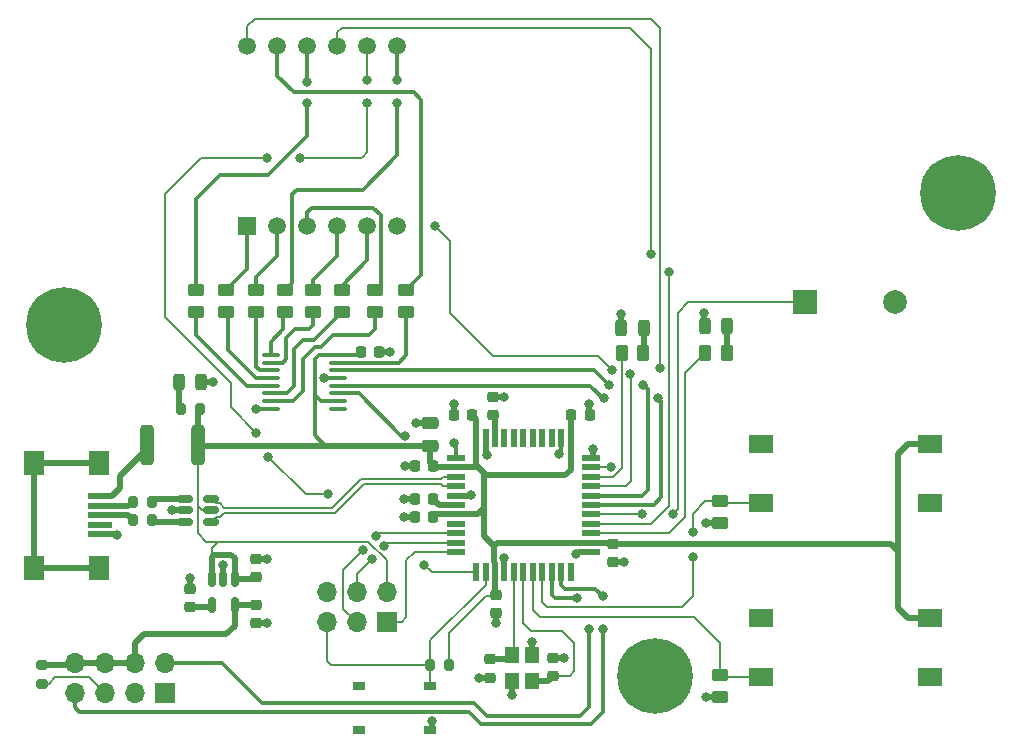
<source format=gbr>
%TF.GenerationSoftware,KiCad,Pcbnew,7.0.1*%
%TF.CreationDate,2023-04-15T14:04:07-06:00*%
%TF.ProjectId,Phase_B_ATMEGA_v3,50686173-655f-4425-9f41-544d4547415f,rev?*%
%TF.SameCoordinates,Original*%
%TF.FileFunction,Copper,L1,Top*%
%TF.FilePolarity,Positive*%
%FSLAX46Y46*%
G04 Gerber Fmt 4.6, Leading zero omitted, Abs format (unit mm)*
G04 Created by KiCad (PCBNEW 7.0.1) date 2023-04-15 14:04:07*
%MOMM*%
%LPD*%
G01*
G04 APERTURE LIST*
G04 Aperture macros list*
%AMRoundRect*
0 Rectangle with rounded corners*
0 $1 Rounding radius*
0 $2 $3 $4 $5 $6 $7 $8 $9 X,Y pos of 4 corners*
0 Add a 4 corners polygon primitive as box body*
4,1,4,$2,$3,$4,$5,$6,$7,$8,$9,$2,$3,0*
0 Add four circle primitives for the rounded corners*
1,1,$1+$1,$2,$3*
1,1,$1+$1,$4,$5*
1,1,$1+$1,$6,$7*
1,1,$1+$1,$8,$9*
0 Add four rect primitives between the rounded corners*
20,1,$1+$1,$2,$3,$4,$5,0*
20,1,$1+$1,$4,$5,$6,$7,0*
20,1,$1+$1,$6,$7,$8,$9,0*
20,1,$1+$1,$8,$9,$2,$3,0*%
G04 Aperture macros list end*
%TA.AperFunction,ComponentPad*%
%ADD10C,6.400000*%
%TD*%
%TA.AperFunction,SMDPad,CuDef*%
%ADD11RoundRect,0.225000X-0.250000X0.225000X-0.250000X-0.225000X0.250000X-0.225000X0.250000X0.225000X0*%
%TD*%
%TA.AperFunction,SMDPad,CuDef*%
%ADD12RoundRect,0.225000X0.250000X-0.225000X0.250000X0.225000X-0.250000X0.225000X-0.250000X-0.225000X0*%
%TD*%
%TA.AperFunction,SMDPad,CuDef*%
%ADD13R,1.200000X1.400000*%
%TD*%
%TA.AperFunction,ComponentPad*%
%ADD14R,1.700000X1.700000*%
%TD*%
%TA.AperFunction,ComponentPad*%
%ADD15O,1.700000X1.700000*%
%TD*%
%TA.AperFunction,SMDPad,CuDef*%
%ADD16RoundRect,0.225000X0.225000X0.250000X-0.225000X0.250000X-0.225000X-0.250000X0.225000X-0.250000X0*%
%TD*%
%TA.AperFunction,SMDPad,CuDef*%
%ADD17RoundRect,0.250000X0.450000X-0.262500X0.450000X0.262500X-0.450000X0.262500X-0.450000X-0.262500X0*%
%TD*%
%TA.AperFunction,SMDPad,CuDef*%
%ADD18RoundRect,0.200000X-0.275000X0.200000X-0.275000X-0.200000X0.275000X-0.200000X0.275000X0.200000X0*%
%TD*%
%TA.AperFunction,SMDPad,CuDef*%
%ADD19R,1.000000X0.700000*%
%TD*%
%TA.AperFunction,SMDPad,CuDef*%
%ADD20R,2.000000X0.500000*%
%TD*%
%TA.AperFunction,SMDPad,CuDef*%
%ADD21R,1.700000X2.000000*%
%TD*%
%TA.AperFunction,ComponentPad*%
%ADD22R,1.500000X1.500000*%
%TD*%
%TA.AperFunction,ComponentPad*%
%ADD23C,1.500000*%
%TD*%
%TA.AperFunction,SMDPad,CuDef*%
%ADD24RoundRect,0.200000X0.200000X0.275000X-0.200000X0.275000X-0.200000X-0.275000X0.200000X-0.275000X0*%
%TD*%
%TA.AperFunction,SMDPad,CuDef*%
%ADD25RoundRect,0.150000X-0.512500X-0.150000X0.512500X-0.150000X0.512500X0.150000X-0.512500X0.150000X0*%
%TD*%
%TA.AperFunction,ComponentPad*%
%ADD26R,2.000000X2.000000*%
%TD*%
%TA.AperFunction,ComponentPad*%
%ADD27C,2.000000*%
%TD*%
%TA.AperFunction,SMDPad,CuDef*%
%ADD28RoundRect,0.225000X-0.225000X-0.250000X0.225000X-0.250000X0.225000X0.250000X-0.225000X0.250000X0*%
%TD*%
%TA.AperFunction,SMDPad,CuDef*%
%ADD29RoundRect,0.243750X-0.243750X-0.456250X0.243750X-0.456250X0.243750X0.456250X-0.243750X0.456250X0*%
%TD*%
%TA.AperFunction,SMDPad,CuDef*%
%ADD30RoundRect,0.243750X0.243750X0.456250X-0.243750X0.456250X-0.243750X-0.456250X0.243750X-0.456250X0*%
%TD*%
%TA.AperFunction,SMDPad,CuDef*%
%ADD31R,1.500000X0.550000*%
%TD*%
%TA.AperFunction,SMDPad,CuDef*%
%ADD32R,0.550000X1.500000*%
%TD*%
%TA.AperFunction,SMDPad,CuDef*%
%ADD33RoundRect,0.200000X-0.200000X-0.275000X0.200000X-0.275000X0.200000X0.275000X-0.200000X0.275000X0*%
%TD*%
%TA.AperFunction,SMDPad,CuDef*%
%ADD34RoundRect,0.150000X-0.150000X0.512500X-0.150000X-0.512500X0.150000X-0.512500X0.150000X0.512500X0*%
%TD*%
%TA.AperFunction,SMDPad,CuDef*%
%ADD35RoundRect,0.100000X-0.637500X-0.100000X0.637500X-0.100000X0.637500X0.100000X-0.637500X0.100000X0*%
%TD*%
%TA.AperFunction,SMDPad,CuDef*%
%ADD36R,2.000000X1.500000*%
%TD*%
%TA.AperFunction,SMDPad,CuDef*%
%ADD37RoundRect,0.250000X-0.450000X0.262500X-0.450000X-0.262500X0.450000X-0.262500X0.450000X0.262500X0*%
%TD*%
%TA.AperFunction,SMDPad,CuDef*%
%ADD38RoundRect,0.250000X-0.312500X-1.450000X0.312500X-1.450000X0.312500X1.450000X-0.312500X1.450000X0*%
%TD*%
%TA.AperFunction,SMDPad,CuDef*%
%ADD39RoundRect,0.250000X-0.262500X-0.450000X0.262500X-0.450000X0.262500X0.450000X-0.262500X0.450000X0*%
%TD*%
%TA.AperFunction,SMDPad,CuDef*%
%ADD40RoundRect,0.250000X0.475000X-0.250000X0.475000X0.250000X-0.475000X0.250000X-0.475000X-0.250000X0*%
%TD*%
%TA.AperFunction,ViaPad*%
%ADD41C,0.800000*%
%TD*%
%TA.AperFunction,Conductor*%
%ADD42C,0.508000*%
%TD*%
%TA.AperFunction,Conductor*%
%ADD43C,0.304800*%
%TD*%
%TA.AperFunction,Conductor*%
%ADD44C,0.203200*%
%TD*%
%TA.AperFunction,Conductor*%
%ADD45C,0.200000*%
%TD*%
G04 APERTURE END LIST*
D10*
%TO.P,H3,1*%
%TO.N,N/C*%
X135890000Y-104394000D03*
%TD*%
%TO.P,H2,1*%
%TO.N,N/C*%
X161544000Y-63500000D03*
%TD*%
%TO.P,H1,1*%
%TO.N,N/C*%
X85852000Y-74676000D03*
%TD*%
D11*
%TO.P,C2,1*%
%TO.N,GND*%
X127254000Y-102857000D03*
%TO.P,C2,2*%
%TO.N,XTAL1*%
X127254000Y-104407000D03*
%TD*%
D12*
%TO.P,C12,1*%
%TO.N,/AREF*%
X122174000Y-82309000D03*
%TO.P,C12,2*%
%TO.N,GND*%
X122174000Y-80759000D03*
%TD*%
D13*
%TO.P,Y1,1,1*%
%TO.N,XTAL1*%
X125437000Y-104859000D03*
%TO.P,Y1,2,2*%
%TO.N,GND*%
X125437000Y-102659000D03*
%TO.P,Y1,3,3*%
%TO.N,XTAL2*%
X123737000Y-102659000D03*
%TO.P,Y1,4,4*%
%TO.N,GND*%
X123737000Y-104859000D03*
%TD*%
D14*
%TO.P,J1,1,MISO*%
%TO.N,MISO*%
X113142000Y-99842000D03*
D15*
%TO.P,J1,2,VCC*%
%TO.N,+5V*%
X113142000Y-97302000D03*
%TO.P,J1,3,SCK*%
%TO.N,SCK*%
X110602000Y-99842000D03*
%TO.P,J1,4,MOSI*%
%TO.N,MOSI*%
X110602000Y-97302000D03*
%TO.P,J1,5,~{RST}*%
%TO.N,RST*%
X108062000Y-99842000D03*
%TO.P,J1,6,GND*%
%TO.N,GND*%
X108062000Y-97302000D03*
%TD*%
D16*
%TO.P,C10,1*%
%TO.N,+5V*%
X117094000Y-90932000D03*
%TO.P,C10,2*%
%TO.N,GND*%
X115544000Y-90932000D03*
%TD*%
D17*
%TO.P,R8,1*%
%TO.N,d*%
X102108000Y-73556500D03*
%TO.P,R8,2*%
%TO.N,Net-(U1-d)*%
X102108000Y-71731500D03*
%TD*%
D18*
%TO.P,R17,1*%
%TO.N,+3.3V*%
X83947000Y-103442000D03*
%TO.P,R17,2*%
%TO.N,Net-(J3-Pin_5)*%
X83947000Y-105092000D03*
%TD*%
D19*
%TO.P,S3,1*%
%TO.N,GND*%
X116840000Y-108966000D03*
%TO.P,S3,2*%
%TO.N,N/C*%
X110840000Y-108966000D03*
%TO.P,S3,3*%
%TO.N,RST*%
X116840000Y-105266000D03*
%TO.P,S3,4*%
%TO.N,N/C*%
X110840000Y-105266000D03*
%TD*%
D16*
%TO.P,C6,1*%
%TO.N,+5V*%
X117107000Y-86614000D03*
%TO.P,C6,2*%
%TO.N,GND*%
X115557000Y-86614000D03*
%TD*%
D20*
%TO.P,J2,1,VBUS*%
%TO.N,Net-(J2-VBUS)*%
X88862000Y-89200000D03*
%TO.P,J2,2,D-*%
%TO.N,Net-(J2-D-)*%
X88862000Y-90000000D03*
%TO.P,J2,3,D+*%
%TO.N,Net-(J2-D+)*%
X88862000Y-90800000D03*
%TO.P,J2,4,ID*%
%TO.N,unconnected-(J2-ID-Pad4)*%
X88862000Y-91600000D03*
%TO.P,J2,5,GND*%
%TO.N,GND*%
X88862000Y-92400000D03*
D21*
%TO.P,J2,6,Shield*%
%TO.N,unconnected-(J2-Shield-Pad6)*%
X88762000Y-86350000D03*
X83312000Y-86350000D03*
X88762000Y-95250000D03*
X83312000Y-95250000D03*
%TD*%
D11*
%TO.P,C7,1*%
%TO.N,+5V*%
X122428000Y-97523000D03*
%TO.P,C7,2*%
%TO.N,GND*%
X122428000Y-99073000D03*
%TD*%
D22*
%TO.P,U1,1,e*%
%TO.N,Net-(U1-e)*%
X101346000Y-66294000D03*
D23*
%TO.P,U1,2,d*%
%TO.N,Net-(U1-d)*%
X103886000Y-66294000D03*
%TO.P,U1,3,DPX*%
%TO.N,Net-(U1-DPX)*%
X106426000Y-66294000D03*
%TO.P,U1,4,c*%
%TO.N,Net-(U1-c)*%
X108966000Y-66294000D03*
%TO.P,U1,5,g*%
%TO.N,Net-(U1-g)*%
X111506000Y-66294000D03*
%TO.P,U1,6,CA4*%
%TO.N,Dig4*%
X114046000Y-66294000D03*
%TO.P,U1,7,b*%
%TO.N,Net-(U1-b)*%
X114046000Y-51054000D03*
%TO.P,U1,8,CA3*%
%TO.N,Dig3*%
X111506000Y-51054000D03*
%TO.P,U1,9,CA2*%
%TO.N,Dig2*%
X108966000Y-51054000D03*
%TO.P,U1,10,f*%
%TO.N,Net-(U1-f)*%
X106426000Y-51054000D03*
%TO.P,U1,11,a*%
%TO.N,Net-(U1-a)*%
X103886000Y-51054000D03*
%TO.P,U1,12,CA1*%
%TO.N,Dig1*%
X101346000Y-51054000D03*
%TD*%
D24*
%TO.P,R13,1*%
%TO.N,+5V*%
X118427000Y-103505000D03*
%TO.P,R13,2*%
%TO.N,RST*%
X116777000Y-103505000D03*
%TD*%
D25*
%TO.P,U4,1,I/O1*%
%TO.N,USB_CONN_D-*%
X96028115Y-89421688D03*
%TO.P,U4,2,GND*%
%TO.N,GND*%
X96028115Y-90371688D03*
%TO.P,U4,3,I/O2*%
%TO.N,USB_CONN_D+*%
X96028115Y-91321688D03*
%TO.P,U4,4,I/O2*%
%TO.N,USB_D+*%
X98303115Y-91321688D03*
%TO.P,U4,5,VBUS*%
%TO.N,+5V*%
X98303115Y-90371688D03*
%TO.P,U4,6,I/O1*%
%TO.N,USB_D-*%
X98303115Y-89421688D03*
%TD*%
D12*
%TO.P,C15,1*%
%TO.N,Net-(U5-BP)*%
X96520000Y-98552000D03*
%TO.P,C15,2*%
%TO.N,GND*%
X96520000Y-97002000D03*
%TD*%
D17*
%TO.P,R7,1*%
%TO.N,c*%
X106934000Y-73556500D03*
%TO.P,R7,2*%
%TO.N,Net-(U1-c)*%
X106934000Y-71731500D03*
%TD*%
D26*
%TO.P,LS1,1,1*%
%TO.N,Buzzer*%
X148600000Y-72771000D03*
D27*
%TO.P,LS1,2,2*%
%TO.N,GND*%
X156200000Y-72771000D03*
%TD*%
D28*
%TO.P,C1,1*%
%TO.N,+5V*%
X110985000Y-76962000D03*
%TO.P,C1,2*%
%TO.N,GND*%
X112535000Y-76962000D03*
%TD*%
D17*
%TO.P,R6,1*%
%TO.N,b*%
X104521000Y-73556500D03*
%TO.P,R6,2*%
%TO.N,Net-(U1-b)*%
X104521000Y-71731500D03*
%TD*%
%TO.P,R9,1*%
%TO.N,e*%
X99568000Y-73556500D03*
%TO.P,R9,2*%
%TO.N,Net-(U1-e)*%
X99568000Y-71731500D03*
%TD*%
D29*
%TO.P,D1,1,K*%
%TO.N,GND*%
X133024000Y-74930000D03*
%TO.P,D1,2,A*%
%TO.N,Net-(D1-A)*%
X134899000Y-74930000D03*
%TD*%
D30*
%TO.P,D3,1,K*%
%TO.N,GND*%
X97457500Y-79502000D03*
%TO.P,D3,2,A*%
%TO.N,Net-(D3-A)*%
X95582500Y-79502000D03*
%TD*%
D31*
%TO.P,U3,1,PE6*%
%TO.N,SH_CP*%
X119014000Y-85916000D03*
%TO.P,U3,2,UVCC*%
%TO.N,+5V*%
X119014000Y-86716000D03*
%TO.P,U3,3,D-*%
%TO.N,USB_D-*%
X119014000Y-87516000D03*
%TO.P,U3,4,D+*%
%TO.N,USB_D+*%
X119014000Y-88316000D03*
%TO.P,U3,5,UGND*%
%TO.N,GND*%
X119014000Y-89116000D03*
%TO.P,U3,6,UCAP*%
%TO.N,/UCAP*%
X119014000Y-89916000D03*
%TO.P,U3,7,VBUS*%
%TO.N,+5V*%
X119014000Y-90716000D03*
%TO.P,U3,8,PB0*%
%TO.N,unconnected-(U3-PB0-Pad8)*%
X119014000Y-91516000D03*
%TO.P,U3,9,PB1*%
%TO.N,SCK*%
X119014000Y-92316000D03*
%TO.P,U3,10,PB2*%
%TO.N,MOSI*%
X119014000Y-93116000D03*
%TO.P,U3,11,PB3*%
%TO.N,MISO*%
X119014000Y-93916000D03*
D32*
%TO.P,U3,12,PB7*%
%TO.N,Dig3*%
X120714000Y-95616000D03*
%TO.P,U3,13,~{RESET}*%
%TO.N,RST*%
X121514000Y-95616000D03*
%TO.P,U3,14,VCC*%
%TO.N,+5V*%
X122314000Y-95616000D03*
%TO.P,U3,15,GND*%
%TO.N,GND*%
X123114000Y-95616000D03*
%TO.P,U3,16,XTAL2*%
%TO.N,XTAL2*%
X123914000Y-95616000D03*
%TO.P,U3,17,XTAL1*%
%TO.N,XTAL1*%
X124714000Y-95616000D03*
%TO.P,U3,18,PD0*%
%TO.N,Button_2*%
X125514000Y-95616000D03*
%TO.P,U3,19,PD1*%
%TO.N,Button_1*%
X126314000Y-95616000D03*
%TO.P,U3,20,PD2*%
%TO.N,TX*%
X127114000Y-95616000D03*
%TO.P,U3,21,PD3*%
%TO.N,RX*%
X127914000Y-95616000D03*
%TO.P,U3,22,PD5*%
%TO.N,unconnected-(U3-PD5-Pad22)*%
X128714000Y-95616000D03*
D31*
%TO.P,U3,23,GND*%
%TO.N,GND*%
X130414000Y-93916000D03*
%TO.P,U3,24,AVCC*%
%TO.N,+5V*%
X130414000Y-93116000D03*
%TO.P,U3,25,PD4*%
%TO.N,GREEN_LED*%
X130414000Y-92316000D03*
%TO.P,U3,26,PD6*%
%TO.N,Dig2*%
X130414000Y-91516000D03*
%TO.P,U3,27,PD7*%
%TO.N,Buzzer*%
X130414000Y-90716000D03*
%TO.P,U3,28,PB4*%
%TO.N,ST_CP*%
X130414000Y-89916000D03*
%TO.P,U3,29,PB5*%
%TO.N,DS*%
X130414000Y-89116000D03*
%TO.P,U3,30,PB6*%
%TO.N,Dig4*%
X130414000Y-88316000D03*
%TO.P,U3,31,PC6*%
%TO.N,RED_LED*%
X130414000Y-87516000D03*
%TO.P,U3,32,PC7*%
%TO.N,Dig1*%
X130414000Y-86716000D03*
%TO.P,U3,33,~{HWB}/PE2*%
%TO.N,GND*%
X130414000Y-85916000D03*
D32*
%TO.P,U3,34,VCC*%
%TO.N,+5V*%
X128714000Y-84216000D03*
%TO.P,U3,35,GND*%
%TO.N,GND*%
X127914000Y-84216000D03*
%TO.P,U3,36,PF7*%
%TO.N,unconnected-(U3-PF7-Pad36)*%
X127114000Y-84216000D03*
%TO.P,U3,37,PF6*%
%TO.N,unconnected-(U3-PF6-Pad37)*%
X126314000Y-84216000D03*
%TO.P,U3,38,PF5*%
%TO.N,unconnected-(U3-PF5-Pad38)*%
X125514000Y-84216000D03*
%TO.P,U3,39,PF4*%
%TO.N,unconnected-(U3-PF4-Pad39)*%
X124714000Y-84216000D03*
%TO.P,U3,40,PF1*%
%TO.N,unconnected-(U3-PF1-Pad40)*%
X123914000Y-84216000D03*
%TO.P,U3,41,PF0*%
%TO.N,unconnected-(U3-PF0-Pad41)*%
X123114000Y-84216000D03*
%TO.P,U3,42,AREF*%
%TO.N,/AREF*%
X122314000Y-84216000D03*
%TO.P,U3,43,GND*%
%TO.N,GND*%
X121514000Y-84216000D03*
%TO.P,U3,44,AVCC*%
%TO.N,+5V*%
X120714000Y-84216000D03*
%TD*%
D16*
%TO.P,C11,1*%
%TO.N,+5V*%
X120409000Y-82296000D03*
%TO.P,C11,2*%
%TO.N,GND*%
X118859000Y-82296000D03*
%TD*%
D33*
%TO.P,R15,1*%
%TO.N,Net-(J2-D-)*%
X91631911Y-89635905D03*
%TO.P,R15,2*%
%TO.N,USB_CONN_D-*%
X93281911Y-89635905D03*
%TD*%
D34*
%TO.P,U5,1,VIN*%
%TO.N,+5V*%
X100264000Y-96144500D03*
%TO.P,U5,2,GND*%
%TO.N,GND*%
X99314000Y-96144500D03*
%TO.P,U5,3,ON/~{OFF}*%
%TO.N,+5V*%
X98364000Y-96144500D03*
%TO.P,U5,4,BP*%
%TO.N,Net-(U5-BP)*%
X98364000Y-98419500D03*
%TO.P,U5,5,VOUT*%
%TO.N,+3.3V*%
X100264000Y-98419500D03*
%TD*%
D33*
%TO.P,R14,1*%
%TO.N,Net-(J2-D+)*%
X91631000Y-91186000D03*
%TO.P,R14,2*%
%TO.N,USB_CONN_D+*%
X93281000Y-91186000D03*
%TD*%
D11*
%TO.P,C5,1*%
%TO.N,+5V*%
X132321000Y-93218000D03*
%TO.P,C5,2*%
%TO.N,GND*%
X132321000Y-94768000D03*
%TD*%
%TO.P,C3,1*%
%TO.N,XTAL2*%
X121920000Y-102984000D03*
%TO.P,C3,2*%
%TO.N,GND*%
X121920000Y-104534000D03*
%TD*%
%TO.P,C14,1*%
%TO.N,+3.3V*%
X102108000Y-98399000D03*
%TO.P,C14,2*%
%TO.N,GND*%
X102108000Y-99949000D03*
%TD*%
D17*
%TO.P,R5,1*%
%TO.N,a*%
X114808000Y-73556500D03*
%TO.P,R5,2*%
%TO.N,Net-(U1-a)*%
X114808000Y-71731500D03*
%TD*%
D24*
%TO.P,R16,1*%
%TO.N,+5V*%
X97345000Y-81788000D03*
%TO.P,R16,2*%
%TO.N,Net-(D3-A)*%
X95695000Y-81788000D03*
%TD*%
D35*
%TO.P,U2,1,QB*%
%TO.N,b*%
X103309500Y-77227000D03*
%TO.P,U2,2,QC*%
%TO.N,c*%
X103309500Y-77877000D03*
%TO.P,U2,3,QD*%
%TO.N,d*%
X103309500Y-78527000D03*
%TO.P,U2,4,QE*%
%TO.N,e*%
X103309500Y-79177000D03*
%TO.P,U2,5,QF*%
%TO.N,f*%
X103309500Y-79827000D03*
%TO.P,U2,6,QG*%
%TO.N,g*%
X103309500Y-80477000D03*
%TO.P,U2,7,QH*%
%TO.N,dp*%
X103309500Y-81127000D03*
%TO.P,U2,8,GND*%
%TO.N,GND*%
X103309500Y-81777000D03*
%TO.P,U2,9,QH'*%
%TO.N,unconnected-(U2-QH'-Pad9)*%
X109034500Y-81777000D03*
%TO.P,U2,10,~{SRCLR}*%
%TO.N,+5V*%
X109034500Y-81127000D03*
%TO.P,U2,11,SRCLK*%
%TO.N,SH_CP*%
X109034500Y-80477000D03*
%TO.P,U2,12,RCLK*%
%TO.N,ST_CP*%
X109034500Y-79827000D03*
%TO.P,U2,13,~{OE}*%
%TO.N,GND*%
X109034500Y-79177000D03*
%TO.P,U2,14,SER*%
%TO.N,DS*%
X109034500Y-78527000D03*
%TO.P,U2,15,QA*%
%TO.N,a*%
X109034500Y-77877000D03*
%TO.P,U2,16,VCC*%
%TO.N,+5V*%
X109034500Y-77227000D03*
%TD*%
D36*
%TO.P,S1,A1,NO_1*%
%TO.N,unconnected-(S1-NO_1-PadA1)*%
X159169000Y-89749000D03*
%TO.P,S1,B1,NO_2*%
%TO.N,Button_1*%
X144869000Y-89749000D03*
%TO.P,S1,C1,COM_1*%
%TO.N,+5V*%
X159169000Y-84749000D03*
%TO.P,S1,D1,COM_2*%
%TO.N,unconnected-(S1-COM_2-PadD1)*%
X144869000Y-84749000D03*
%TD*%
D37*
%TO.P,R1,1*%
%TO.N,Button_1*%
X141351000Y-89615000D03*
%TO.P,R1,2*%
%TO.N,GND*%
X141351000Y-91440000D03*
%TD*%
D12*
%TO.P,C13,1*%
%TO.N,+5V*%
X102108000Y-96038000D03*
%TO.P,C13,2*%
%TO.N,GND*%
X102108000Y-94488000D03*
%TD*%
D17*
%TO.P,R12,1*%
%TO.N,dp*%
X112141000Y-73556500D03*
%TO.P,R12,2*%
%TO.N,Net-(U1-DPX)*%
X112141000Y-71731500D03*
%TD*%
D38*
%TO.P,F1,1*%
%TO.N,Net-(J2-VBUS)*%
X92858500Y-84836000D03*
%TO.P,F1,2*%
%TO.N,+5V*%
X97133500Y-84836000D03*
%TD*%
D28*
%TO.P,C4,1*%
%TO.N,+5V*%
X128778000Y-82296000D03*
%TO.P,C4,2*%
%TO.N,GND*%
X130328000Y-82296000D03*
%TD*%
D39*
%TO.P,R3,1*%
%TO.N,RED_LED*%
X133049000Y-77089000D03*
%TO.P,R3,2*%
%TO.N,Net-(D1-A)*%
X134874000Y-77089000D03*
%TD*%
D16*
%TO.P,C9,1*%
%TO.N,/UCAP*%
X117094000Y-89408000D03*
%TO.P,C9,2*%
%TO.N,GND*%
X115544000Y-89408000D03*
%TD*%
D14*
%TO.P,J3,1,Pin_1*%
%TO.N,GND*%
X94351000Y-105811000D03*
D15*
%TO.P,J3,2,Pin_2*%
%TO.N,TX*%
X94351000Y-103271000D03*
%TO.P,J3,3,Pin_3*%
%TO.N,unconnected-(J3-Pin_3-Pad3)*%
X91811000Y-105811000D03*
%TO.P,J3,4,Pin_4*%
%TO.N,+3.3V*%
X91811000Y-103271000D03*
%TO.P,J3,5,Pin_5*%
%TO.N,Net-(J3-Pin_5)*%
X89271000Y-105811000D03*
%TO.P,J3,6,Pin_6*%
%TO.N,+3.3V*%
X89271000Y-103271000D03*
%TO.P,J3,7,Pin_7*%
%TO.N,RX*%
X86731000Y-105811000D03*
%TO.P,J3,8,Pin_8*%
%TO.N,+3.3V*%
X86731000Y-103271000D03*
%TD*%
D17*
%TO.P,R10,1*%
%TO.N,f*%
X97028000Y-73556500D03*
%TO.P,R10,2*%
%TO.N,Net-(U1-f)*%
X97028000Y-71731500D03*
%TD*%
D37*
%TO.P,R2,1*%
%TO.N,Button_2*%
X141351000Y-104347000D03*
%TO.P,R2,2*%
%TO.N,GND*%
X141351000Y-106172000D03*
%TD*%
D40*
%TO.P,C8,1*%
%TO.N,+5V*%
X116840000Y-84897000D03*
%TO.P,C8,2*%
%TO.N,GND*%
X116840000Y-82997000D03*
%TD*%
D36*
%TO.P,S2,A1,NO_1*%
%TO.N,unconnected-(S2-NO_1-PadA1)*%
X159169000Y-104481000D03*
%TO.P,S2,B1,NO_2*%
%TO.N,Button_2*%
X144869000Y-104481000D03*
%TO.P,S2,C1,COM_1*%
%TO.N,+5V*%
X159169000Y-99481000D03*
%TO.P,S2,D1,COM_2*%
%TO.N,unconnected-(S2-COM_2-PadD1)*%
X144869000Y-99481000D03*
%TD*%
D39*
%TO.P,R4,1*%
%TO.N,GREEN_LED*%
X140106000Y-77089000D03*
%TO.P,R4,2*%
%TO.N,Net-(D2-A)*%
X141931000Y-77089000D03*
%TD*%
D17*
%TO.P,R11,1*%
%TO.N,g*%
X109368612Y-73559151D03*
%TO.P,R11,2*%
%TO.N,Net-(U1-g)*%
X109368612Y-71734151D03*
%TD*%
D29*
%TO.P,D2,1,K*%
%TO.N,GND*%
X140081000Y-74803000D03*
%TO.P,D2,2,A*%
%TO.N,Net-(D2-A)*%
X141956000Y-74803000D03*
%TD*%
D41*
%TO.N,GND*%
X94927568Y-90373676D03*
X132969000Y-73787000D03*
X122428000Y-99949000D03*
X99314000Y-94996000D03*
X121666000Y-85725000D03*
X127762000Y-85598000D03*
X140208000Y-106148500D03*
X98425000Y-79502000D03*
X133223000Y-94742000D03*
X115659806Y-82987896D03*
X120240310Y-89111157D03*
X107843284Y-79185837D03*
X121001928Y-104528392D03*
X123761691Y-106024351D03*
X96520000Y-96139000D03*
X102997000Y-99949000D03*
X114632608Y-90938694D03*
X128174878Y-102846028D03*
X90297000Y-92456000D03*
X102108000Y-81788000D03*
X140208000Y-91416500D03*
X125416240Y-101513888D03*
X130595586Y-85193476D03*
X129206701Y-94096659D03*
X114626396Y-89411820D03*
X102997000Y-94488000D03*
X118836998Y-81379074D03*
X116967000Y-108204000D03*
X140026000Y-73660000D03*
X113411000Y-76962000D03*
X130302000Y-81407000D03*
X123063000Y-80772000D03*
X114681000Y-86614000D03*
X123089352Y-94373580D03*
%TO.N,Buzzer*%
X137414000Y-90678000D03*
X134747000Y-90678000D03*
%TO.N,Button_1*%
X139065000Y-92202000D03*
X139065000Y-94361000D03*
%TO.N,Net-(U1-b)*%
X114046000Y-53975000D03*
X114046000Y-55880000D03*
%TO.N,Net-(U1-f)*%
X106426000Y-54102000D03*
X106426000Y-55880000D03*
%TO.N,Dig4*%
X132207000Y-78486000D03*
X133750100Y-78867000D03*
X117221000Y-66294000D03*
%TO.N,Dig3*%
X111506000Y-55880000D03*
X108204000Y-89027000D03*
X116332000Y-94996000D03*
X111506000Y-53975000D03*
X103124000Y-85852000D03*
X102108000Y-83820000D03*
X102997000Y-60579000D03*
X105791000Y-60579000D03*
%TO.N,Dig2*%
X137033000Y-70231000D03*
X135509000Y-68707000D03*
%TO.N,Dig1*%
X132155747Y-86689747D03*
X136271000Y-78359000D03*
%TO.N,SH_CP*%
X118872000Y-84709000D03*
X114681000Y-84043500D03*
%TO.N,ST_CP*%
X136144000Y-80899000D03*
X131572000Y-80899000D03*
%TO.N,DS*%
X131953000Y-79756000D03*
X134874000Y-79756000D03*
%TO.N,SCK*%
X112268000Y-92583000D03*
X111125000Y-93728600D03*
%TO.N,MOSI*%
X112954253Y-93420747D03*
X111887000Y-94488000D03*
%TO.N,TX*%
X129286000Y-97790000D03*
X130302000Y-100457000D03*
%TO.N,RX*%
X131445000Y-97663000D03*
X131445000Y-100457000D03*
%TD*%
D42*
%TO.N,GND*%
X130302000Y-82270000D02*
X130328000Y-82296000D01*
D43*
X127914000Y-85446000D02*
X127762000Y-85598000D01*
D42*
X114630216Y-89408000D02*
X114626396Y-89411820D01*
X116967000Y-108839000D02*
X116840000Y-108966000D01*
X88862000Y-92400000D02*
X90241000Y-92400000D01*
X140231500Y-91440000D02*
X140208000Y-91416500D01*
X114632608Y-90938694D02*
X115537306Y-90938694D01*
X115537306Y-90938694D02*
X115544000Y-90932000D01*
X118859000Y-82296000D02*
X118859000Y-81401076D01*
X140026000Y-74748000D02*
X140081000Y-74803000D01*
X115544000Y-89408000D02*
X114630216Y-89408000D01*
X116840000Y-82997000D02*
X115668910Y-82997000D01*
X102997000Y-99949000D02*
X102108000Y-99949000D01*
X130595586Y-85734414D02*
X130414000Y-85916000D01*
X90241000Y-92400000D02*
X90297000Y-92456000D01*
X121666000Y-85725000D02*
X121514000Y-85207882D01*
X116967000Y-108204000D02*
X116967000Y-108839000D01*
X133223000Y-94742000D02*
X132347000Y-94742000D01*
X123114000Y-94398228D02*
X123089352Y-94373580D01*
D43*
X109034500Y-79177000D02*
X107852121Y-79177000D01*
D42*
X125416240Y-101513888D02*
X125416240Y-102638240D01*
X125416240Y-102638240D02*
X125437000Y-102659000D01*
X123063000Y-80772000D02*
X122187000Y-80772000D01*
X121514000Y-85207882D02*
X121514000Y-84216000D01*
X130414000Y-93916000D02*
X129387360Y-93916000D01*
X141351000Y-106172000D02*
X140231500Y-106172000D01*
X102108000Y-81788000D02*
X102115000Y-81781000D01*
X133024000Y-73842000D02*
X132969000Y-73787000D01*
X130302000Y-81407000D02*
X130302000Y-82270000D01*
D43*
X103309500Y-81777000D02*
X102119000Y-81777000D01*
X102119000Y-81777000D02*
X102108000Y-81788000D01*
D42*
X102997000Y-94488000D02*
X102108000Y-94488000D01*
X96028115Y-90371688D02*
X94929556Y-90371688D01*
X130595586Y-85193476D02*
X130595586Y-85734414D01*
X113411000Y-76962000D02*
X112535000Y-76962000D01*
X121007536Y-104534000D02*
X121001928Y-104528392D01*
X123737000Y-104859000D02*
X123737000Y-105999660D01*
X123737000Y-105999660D02*
X123761691Y-106024351D01*
X115557000Y-86614000D02*
X114681000Y-86614000D01*
X123114000Y-95616000D02*
X123114000Y-94398228D01*
D43*
X107852121Y-79177000D02*
X107843284Y-79185837D01*
D42*
X127254000Y-102857000D02*
X128163906Y-102857000D01*
X129387360Y-93916000D02*
X129206701Y-94096659D01*
X115668910Y-82997000D02*
X115659806Y-82987896D01*
X119014000Y-89116000D02*
X120235467Y-89116000D01*
X99314000Y-96144500D02*
X99314000Y-94996000D01*
X133024000Y-74930000D02*
X133024000Y-73842000D01*
X141351000Y-91440000D02*
X140231500Y-91440000D01*
X96520000Y-97002000D02*
X96520000Y-96139000D01*
X118859000Y-81401076D02*
X118836998Y-81379074D01*
X122428000Y-99073000D02*
X122428000Y-99949000D01*
X140231500Y-106172000D02*
X140208000Y-106148500D01*
X98425000Y-79502000D02*
X97457500Y-79502000D01*
X94929556Y-90371688D02*
X94927568Y-90373676D01*
X140026000Y-73660000D02*
X140026000Y-74748000D01*
X120235467Y-89116000D02*
X120240310Y-89111157D01*
X121920000Y-104534000D02*
X121007536Y-104534000D01*
X122187000Y-80772000D02*
X122174000Y-80759000D01*
X128163906Y-102857000D02*
X128174878Y-102846028D01*
D43*
X127914000Y-84216000D02*
X127914000Y-85446000D01*
D42*
%TO.N,Net-(D1-A)*%
X134899000Y-77064000D02*
X134874000Y-77089000D01*
X134899000Y-74930000D02*
X134899000Y-77064000D01*
%TO.N,Net-(D2-A)*%
X141956000Y-74803000D02*
X141956000Y-77064000D01*
X141956000Y-77064000D02*
X141931000Y-77089000D01*
D44*
%TO.N,Buzzer*%
X134709000Y-90716000D02*
X134747000Y-90678000D01*
X137795000Y-73660000D02*
X138684000Y-72771000D01*
X137414000Y-90678000D02*
X137795000Y-90297000D01*
X137795000Y-90297000D02*
X137795000Y-73660000D01*
X130414000Y-90716000D02*
X134709000Y-90716000D01*
X138684000Y-72771000D02*
X148600000Y-72771000D01*
%TO.N,Button_1*%
X126746000Y-98552000D02*
X138176000Y-98552000D01*
X126314000Y-95616000D02*
X126314000Y-98120000D01*
X139065000Y-90678000D02*
X140128000Y-89615000D01*
X144869000Y-89749000D02*
X141485000Y-89749000D01*
X141485000Y-89749000D02*
X141351000Y-89615000D01*
X139065000Y-97663000D02*
X139065000Y-94361000D01*
X138176000Y-98552000D02*
X139065000Y-97663000D01*
X126314000Y-98120000D02*
X126746000Y-98552000D01*
X139065000Y-92202000D02*
X139065000Y-90678000D01*
X140128000Y-89615000D02*
X141351000Y-89615000D01*
%TO.N,Button_2*%
X125514000Y-98844000D02*
X126111000Y-99441000D01*
X126111000Y-99441000D02*
X139192000Y-99441000D01*
X144869000Y-104481000D02*
X141485000Y-104481000D01*
X141351000Y-101600000D02*
X141351000Y-104347000D01*
X125514000Y-95616000D02*
X125514000Y-98844000D01*
X139192000Y-99441000D02*
X141351000Y-101600000D01*
%TO.N,RED_LED*%
X133049000Y-86788000D02*
X133049000Y-77089000D01*
X132321000Y-87516000D02*
X133049000Y-86788000D01*
X130414000Y-87516000D02*
X132321000Y-87516000D01*
%TO.N,GREEN_LED*%
X138430000Y-78765000D02*
X140106000Y-77089000D01*
X138430000Y-90932000D02*
X138430000Y-78765000D01*
X130414000Y-92316000D02*
X137046000Y-92316000D01*
X137046000Y-92316000D02*
X138430000Y-90932000D01*
D43*
%TO.N,a*%
X114147000Y-77877000D02*
X114808000Y-77216000D01*
X109034500Y-77877000D02*
X114147000Y-77877000D01*
X114808000Y-77216000D02*
X114808000Y-73556500D01*
%TO.N,Net-(U1-a)*%
X116078000Y-55626000D02*
X115443000Y-54991000D01*
X114808000Y-71731500D02*
X116078000Y-70461500D01*
X115443000Y-54991000D02*
X105283000Y-54991000D01*
X105283000Y-54991000D02*
X103886000Y-53594000D01*
X116078000Y-70461500D02*
X116078000Y-55626000D01*
X103886000Y-53594000D02*
X103886000Y-51054000D01*
%TO.N,b*%
X104394000Y-75057000D02*
X104394000Y-73683500D01*
X104394000Y-73683500D02*
X104521000Y-73556500D01*
X103309500Y-77227000D02*
X103309500Y-76141500D01*
X103309500Y-76141500D02*
X104394000Y-75057000D01*
%TO.N,Net-(U1-b)*%
X111125000Y-63246000D02*
X105537000Y-63246000D01*
X105537000Y-63246000D02*
X105156000Y-63627000D01*
X114046000Y-51054000D02*
X114046000Y-53975000D01*
X105156000Y-71096500D02*
X104521000Y-71731500D01*
X105156000Y-63627000D02*
X105156000Y-71096500D01*
X114046000Y-60325000D02*
X111125000Y-63246000D01*
X114046000Y-55880000D02*
X114046000Y-60325000D01*
%TO.N,c*%
X106553000Y-75057000D02*
X106934000Y-74676000D01*
X104648000Y-75819000D02*
X105410000Y-75057000D01*
X104368000Y-77877000D02*
X104648000Y-77597000D01*
X106934000Y-74676000D02*
X106934000Y-73556500D01*
X105410000Y-75057000D02*
X106553000Y-75057000D01*
X104648000Y-77597000D02*
X104648000Y-75819000D01*
X103309500Y-77877000D02*
X104368000Y-77877000D01*
%TO.N,Net-(U1-c)*%
X106934000Y-71731500D02*
X106934000Y-70866000D01*
X108966000Y-68834000D02*
X108966000Y-66294000D01*
X106934000Y-70866000D02*
X108966000Y-68834000D01*
%TO.N,d*%
X103309500Y-78527000D02*
X102403000Y-78527000D01*
X102403000Y-78527000D02*
X102108000Y-78232000D01*
X102108000Y-78232000D02*
X102108000Y-73556500D01*
%TO.N,Net-(U1-d)*%
X102108000Y-71731500D02*
X102108000Y-70612000D01*
X103886000Y-68834000D02*
X103886000Y-66294000D01*
X102108000Y-70612000D02*
X103886000Y-68834000D01*
%TO.N,e*%
X99695000Y-73683500D02*
X99568000Y-73556500D01*
X99695000Y-76835000D02*
X99695000Y-73683500D01*
X103309500Y-79177000D02*
X102037000Y-79177000D01*
X102037000Y-79177000D02*
X99695000Y-76835000D01*
%TO.N,Net-(U1-e)*%
X101346000Y-69953500D02*
X101346000Y-66294000D01*
X99568000Y-71731500D02*
X101346000Y-69953500D01*
%TO.N,f*%
X101290000Y-79827000D02*
X97028000Y-75565000D01*
X103309500Y-79827000D02*
X101290000Y-79827000D01*
X97028000Y-75565000D02*
X97028000Y-73556500D01*
%TO.N,Net-(U1-f)*%
X106426000Y-54102000D02*
X106426000Y-51054000D01*
X99060000Y-61976000D02*
X103124000Y-61976000D01*
X97028000Y-64008000D02*
X99060000Y-61976000D01*
X106426000Y-58674000D02*
X106426000Y-55880000D01*
X97028000Y-71731500D02*
X97028000Y-64008000D01*
X103124000Y-61976000D02*
X106426000Y-58674000D01*
%TO.N,g*%
X103309500Y-80477000D02*
X104689000Y-80477000D01*
X106045000Y-75946000D02*
X106981763Y-75946000D01*
X104689000Y-80477000D02*
X105283000Y-79883000D01*
X105283000Y-76708000D02*
X106045000Y-75946000D01*
X106981763Y-75946000D02*
X109368612Y-73559151D01*
X105283000Y-79883000D02*
X105283000Y-76708000D01*
%TO.N,Net-(U1-g)*%
X109368612Y-71352388D02*
X111506000Y-69215000D01*
X111506000Y-69215000D02*
X111506000Y-66294000D01*
X109368612Y-71734151D02*
X109368612Y-71352388D01*
%TO.N,dp*%
X107061000Y-76581000D02*
X107569000Y-76581000D01*
X111633000Y-75565000D02*
X112141000Y-75057000D01*
X112141000Y-75057000D02*
X112141000Y-73556500D01*
X108585000Y-75565000D02*
X111633000Y-75565000D01*
X107569000Y-76581000D02*
X108585000Y-75565000D01*
X106045000Y-77597000D02*
X107061000Y-76581000D01*
X103309500Y-81127000D02*
X105182000Y-81127000D01*
X106045000Y-80264000D02*
X106045000Y-77597000D01*
X105182000Y-81127000D02*
X106045000Y-80264000D01*
%TO.N,Net-(U1-DPX)*%
X112649000Y-65405000D02*
X112014000Y-64770000D01*
X112649000Y-71223500D02*
X112649000Y-65405000D01*
X112649000Y-71223500D02*
X112141000Y-71731500D01*
X106426000Y-66294000D02*
X106426000Y-65151000D01*
X112014000Y-64770000D02*
X106807000Y-64770000D01*
X106426000Y-65151000D02*
X106807000Y-64770000D01*
D42*
%TO.N,+5V*%
X132219000Y-93116000D02*
X132321000Y-93218000D01*
X128714000Y-82360000D02*
X128778000Y-82296000D01*
X119014000Y-86716000D02*
X117209000Y-86716000D01*
D44*
X97133500Y-84836000D02*
X97155000Y-84857500D01*
D42*
X100264000Y-96144500D02*
X102001500Y-96144500D01*
X122314000Y-94805967D02*
X122235352Y-94727319D01*
X106807000Y-84897000D02*
X97194500Y-84897000D01*
X132321000Y-93218000D02*
X155829000Y-93218000D01*
X156464000Y-85598000D02*
X157313000Y-84749000D01*
D44*
X97155000Y-90043000D02*
X97155000Y-92329000D01*
X97853500Y-93027500D02*
X99060000Y-93027500D01*
D42*
X120714000Y-84216000D02*
X120714000Y-86551000D01*
D44*
X97155000Y-92329000D02*
X97853500Y-93027500D01*
D42*
X121412000Y-87249000D02*
X121412000Y-90170000D01*
X159169000Y-99481000D02*
X157266000Y-99481000D01*
X122235352Y-93406352D02*
X121412000Y-92583000D01*
D43*
X107543000Y-81127000D02*
X109034500Y-81127000D01*
D44*
X98874500Y-93027500D02*
X99060000Y-93027500D01*
D42*
X122525704Y-93116000D02*
X122235352Y-93406352D01*
X119014000Y-86716000D02*
X120879000Y-86716000D01*
X120714000Y-86551000D02*
X120879000Y-86716000D01*
X120879000Y-86716000D02*
X121412000Y-87249000D01*
X121539000Y-87376000D02*
X121412000Y-87249000D01*
X97133500Y-81999500D02*
X97345000Y-81788000D01*
D44*
X97483688Y-90371688D02*
X98303115Y-90371688D01*
X98364000Y-93538000D02*
X98364000Y-94295000D01*
X118427000Y-100775000D02*
X121539000Y-97663000D01*
D42*
X121412000Y-90170000D02*
X120866000Y-90716000D01*
X97133500Y-84836000D02*
X97133500Y-81999500D01*
X122314000Y-97409000D02*
X122428000Y-97523000D01*
X97194500Y-84897000D02*
X97133500Y-84836000D01*
D43*
X107061000Y-80645000D02*
X107061000Y-84008000D01*
D42*
X130414000Y-93116000D02*
X132219000Y-93116000D01*
D43*
X110720000Y-77227000D02*
X110985000Y-76962000D01*
X107061000Y-84008000D02*
X107950000Y-84897000D01*
D42*
X120866000Y-90716000D02*
X119014000Y-90716000D01*
X99984000Y-94142000D02*
X100264000Y-94422000D01*
X98517000Y-94142000D02*
X99984000Y-94142000D01*
D44*
X99060000Y-93027500D02*
X111569500Y-93027500D01*
D42*
X98364000Y-94295000D02*
X98517000Y-94142000D01*
X100264000Y-94422000D02*
X100264000Y-96144500D01*
D44*
X118427000Y-103505000D02*
X118427000Y-100775000D01*
D42*
X128270000Y-87376000D02*
X121539000Y-87376000D01*
X116840000Y-84897000D02*
X116840000Y-86347000D01*
X102001500Y-96144500D02*
X102108000Y-96038000D01*
X120714000Y-82601000D02*
X120409000Y-82296000D01*
X156464000Y-98679000D02*
X156464000Y-93853000D01*
X122314000Y-95616000D02*
X122314000Y-97409000D01*
D44*
X122288000Y-97663000D02*
X122428000Y-97523000D01*
D42*
X116840000Y-84897000D02*
X107950000Y-84897000D01*
X155829000Y-93218000D02*
X156464000Y-93853000D01*
X130414000Y-93116000D02*
X122525704Y-93116000D01*
D43*
X107431000Y-77227000D02*
X107061000Y-77597000D01*
D42*
X107950000Y-84897000D02*
X106807000Y-84897000D01*
X156464000Y-93853000D02*
X156464000Y-85598000D01*
X116840000Y-86347000D02*
X117107000Y-86614000D01*
X157266000Y-99481000D02*
X156464000Y-98679000D01*
D43*
X109034500Y-77227000D02*
X107431000Y-77227000D01*
D44*
X98364000Y-93538000D02*
X98874500Y-93027500D01*
D42*
X122235352Y-94727319D02*
X122235352Y-93406352D01*
X128714000Y-86932000D02*
X128270000Y-87376000D01*
X157313000Y-84749000D02*
X159169000Y-84749000D01*
D43*
X107061000Y-80645000D02*
X107543000Y-81127000D01*
D42*
X117209000Y-86716000D02*
X117107000Y-86614000D01*
D44*
X113142000Y-97302000D02*
X113142000Y-94600000D01*
D42*
X122314000Y-95616000D02*
X122314000Y-94805967D01*
D44*
X97155000Y-90043000D02*
X97483688Y-90371688D01*
D42*
X117310000Y-90716000D02*
X117094000Y-90932000D01*
D44*
X121539000Y-97663000D02*
X122288000Y-97663000D01*
D42*
X120714000Y-84216000D02*
X120714000Y-82601000D01*
X98364000Y-96144500D02*
X98364000Y-94295000D01*
D44*
X111569500Y-93027500D02*
X113142000Y-94600000D01*
D42*
X121412000Y-92583000D02*
X121412000Y-90170000D01*
D43*
X107061000Y-77597000D02*
X107061000Y-80645000D01*
D42*
X128714000Y-84216000D02*
X128714000Y-86932000D01*
X119014000Y-90716000D02*
X117310000Y-90716000D01*
D44*
X97155000Y-84857500D02*
X97155000Y-90043000D01*
D42*
X128714000Y-84216000D02*
X128714000Y-82360000D01*
D43*
X109034500Y-77227000D02*
X110720000Y-77227000D01*
D44*
%TO.N,Dig4*%
X128397000Y-77343000D02*
X122174000Y-77343000D01*
X133426000Y-88316000D02*
X133858000Y-87884000D01*
X118491000Y-73660000D02*
X118491000Y-67564000D01*
X132207000Y-78486000D02*
X131064000Y-77343000D01*
X118491000Y-67564000D02*
X117221000Y-66294000D01*
X133858000Y-78974900D02*
X133750100Y-78867000D01*
X130414000Y-88316000D02*
X133426000Y-88316000D01*
X131064000Y-77343000D02*
X128397000Y-77343000D01*
X122174000Y-77343000D02*
X118491000Y-73660000D01*
X133858000Y-87884000D02*
X133858000Y-78974900D01*
%TO.N,Dig3*%
X106299000Y-89027000D02*
X108204000Y-89027000D01*
X102997000Y-60579000D02*
X97409000Y-60579000D01*
X111506000Y-55880000D02*
X111506000Y-60071000D01*
X103124000Y-85852000D02*
X106299000Y-89027000D01*
X111506000Y-51054000D02*
X111506000Y-53975000D01*
X111506000Y-60071000D02*
X111125000Y-60452000D01*
X97409000Y-60579000D02*
X94361000Y-63627000D01*
X94361000Y-63627000D02*
X94361000Y-74041000D01*
X99949000Y-79629000D02*
X99949000Y-81661000D01*
X110998000Y-60579000D02*
X105791000Y-60579000D01*
X116952000Y-95616000D02*
X120714000Y-95616000D01*
X116332000Y-94996000D02*
X116952000Y-95616000D01*
X99949000Y-81661000D02*
X102108000Y-83820000D01*
X111125000Y-60452000D02*
X110998000Y-60579000D01*
X94361000Y-74041000D02*
X99949000Y-79629000D01*
%TO.N,Dig2*%
X135509000Y-51308000D02*
X133731000Y-49530000D01*
X108966000Y-51054000D02*
X108966000Y-49911000D01*
X108966000Y-49911000D02*
X109347000Y-49530000D01*
X135509000Y-68707000D02*
X135509000Y-51308000D01*
X130414000Y-91516000D02*
X135560000Y-91516000D01*
X137033000Y-90043000D02*
X137033000Y-70231000D01*
X109347000Y-49530000D02*
X133731000Y-49530000D01*
X135560000Y-91516000D02*
X137033000Y-90043000D01*
%TO.N,Dig1*%
X135509000Y-48768000D02*
X101981000Y-48768000D01*
X101346000Y-49403000D02*
X101346000Y-51054000D01*
X136271000Y-49530000D02*
X135509000Y-48768000D01*
X101981000Y-48768000D02*
X101346000Y-49403000D01*
X130440253Y-86689747D02*
X130414000Y-86716000D01*
X132155747Y-86689747D02*
X130440253Y-86689747D01*
X136271000Y-78359000D02*
X136271000Y-49530000D01*
D43*
%TO.N,SH_CP*%
X119014000Y-84851000D02*
X118872000Y-84709000D01*
X114396500Y-84043500D02*
X110830000Y-80477000D01*
X114681000Y-84043500D02*
X114396500Y-84043500D01*
X110830000Y-80477000D02*
X109034500Y-80477000D01*
X119014000Y-85916000D02*
X119014000Y-84851000D01*
%TO.N,ST_CP*%
X136144000Y-80899000D02*
X136398000Y-81153000D01*
X136398000Y-89281000D02*
X135763000Y-89916000D01*
X131445000Y-80899000D02*
X130556000Y-80010000D01*
X136398000Y-81153000D02*
X136398000Y-89281000D01*
X131572000Y-80899000D02*
X131445000Y-80899000D01*
X130373000Y-79827000D02*
X130556000Y-80010000D01*
X135763000Y-89916000D02*
X130414000Y-89916000D01*
X109034500Y-79827000D02*
X130373000Y-79827000D01*
%TO.N,DS*%
X109034500Y-78527000D02*
X130724000Y-78527000D01*
X134874000Y-79756000D02*
X135255000Y-80137000D01*
X134785000Y-89116000D02*
X130414000Y-89116000D01*
X130724000Y-78527000D02*
X131953000Y-79756000D01*
X135255000Y-80137000D02*
X135255000Y-88646000D01*
X135255000Y-88646000D02*
X134785000Y-89116000D01*
D42*
%TO.N,XTAL1*%
X125437000Y-104859000D02*
X126802000Y-104859000D01*
D44*
X129032000Y-101600000D02*
X129032000Y-104013000D01*
D42*
X126802000Y-104859000D02*
X127254000Y-104407000D01*
D44*
X124714000Y-99949000D02*
X125349000Y-100584000D01*
X127267000Y-104394000D02*
X127254000Y-104407000D01*
X124714000Y-95616000D02*
X124714000Y-99949000D01*
X129032000Y-104013000D02*
X128651000Y-104394000D01*
X125349000Y-100584000D02*
X128016000Y-100584000D01*
X128016000Y-100584000D02*
X129032000Y-101600000D01*
X128651000Y-104394000D02*
X127267000Y-104394000D01*
%TO.N,XTAL2*%
X123914000Y-95616000D02*
X123914000Y-102482000D01*
D42*
X121920000Y-102984000D02*
X123412000Y-102984000D01*
D44*
X123914000Y-102482000D02*
X123737000Y-102659000D01*
D42*
X123412000Y-102984000D02*
X123737000Y-102659000D01*
%TO.N,/UCAP*%
X119014000Y-89916000D02*
X117602000Y-89916000D01*
X117602000Y-89916000D02*
X117094000Y-89408000D01*
%TO.N,/AREF*%
X122314000Y-84216000D02*
X122314000Y-82449000D01*
X122314000Y-82449000D02*
X122174000Y-82309000D01*
%TO.N,+3.3V*%
X91811000Y-101610000D02*
X92583000Y-100838000D01*
X100264000Y-98419500D02*
X100264000Y-100142000D01*
X86731000Y-103271000D02*
X89271000Y-103271000D01*
X100264000Y-98419500D02*
X102087500Y-98419500D01*
X91811000Y-103271000D02*
X91811000Y-101610000D01*
X83947000Y-103442000D02*
X86560000Y-103442000D01*
X102087500Y-98419500D02*
X102108000Y-98399000D01*
X89271000Y-103271000D02*
X91811000Y-103271000D01*
X92583000Y-100838000D02*
X99568000Y-100838000D01*
X86560000Y-103442000D02*
X86731000Y-103271000D01*
X100264000Y-100142000D02*
X99568000Y-100838000D01*
%TO.N,Net-(U5-BP)*%
X96520000Y-98552000D02*
X98231500Y-98552000D01*
X98231500Y-98552000D02*
X98364000Y-98419500D01*
%TO.N,Net-(D3-A)*%
X95582500Y-81675500D02*
X95695000Y-81788000D01*
X95582500Y-79502000D02*
X95582500Y-81675500D01*
%TO.N,Net-(J2-VBUS)*%
X92858500Y-84836000D02*
X92858500Y-85195500D01*
X92858500Y-85195500D02*
X90551000Y-87503000D01*
X89870000Y-89200000D02*
X88862000Y-89200000D01*
X90551000Y-88519000D02*
X89870000Y-89200000D01*
X90551000Y-87503000D02*
X90551000Y-88519000D01*
D44*
%TO.N,MISO*%
X114808000Y-99441000D02*
X114808000Y-94615000D01*
X113142000Y-99842000D02*
X114407000Y-99842000D01*
X114407000Y-99842000D02*
X114808000Y-99441000D01*
X114808000Y-94615000D02*
X115507000Y-93916000D01*
X115507000Y-93916000D02*
X119014000Y-93916000D01*
%TO.N,SCK*%
X109450400Y-95400600D02*
X109450400Y-98690400D01*
X119014000Y-92316000D02*
X112535000Y-92316000D01*
X112535000Y-92316000D02*
X112268000Y-92583000D01*
X109450400Y-98690400D02*
X110602000Y-99842000D01*
X111125000Y-93728600D02*
X111122400Y-93728600D01*
X111122400Y-93728600D02*
X109450400Y-95400600D01*
%TO.N,MOSI*%
X119014000Y-93116000D02*
X113259000Y-93116000D01*
X110602000Y-95773000D02*
X110602000Y-97302000D01*
X113259000Y-93116000D02*
X112954253Y-93420747D01*
X111887000Y-94488000D02*
X110602000Y-95773000D01*
%TO.N,RST*%
X116840000Y-105266000D02*
X116840000Y-103568000D01*
X108458000Y-103505000D02*
X116777000Y-103505000D01*
X116840000Y-101346000D02*
X116840000Y-103442000D01*
X116840000Y-103442000D02*
X116777000Y-103505000D01*
X108062000Y-99842000D02*
X108062000Y-103109000D01*
X116840000Y-103568000D02*
X116777000Y-103505000D01*
X108062000Y-103109000D02*
X108458000Y-103505000D01*
X121514000Y-96672000D02*
X116840000Y-101346000D01*
X121514000Y-95616000D02*
X121514000Y-96672000D01*
D42*
%TO.N,Net-(J2-D-)*%
X91267816Y-90000000D02*
X91631911Y-89635905D01*
X88862000Y-90000000D02*
X91267816Y-90000000D01*
%TO.N,Net-(J2-D+)*%
X91245000Y-90800000D02*
X91631000Y-91186000D01*
X88862000Y-90800000D02*
X91245000Y-90800000D01*
D43*
%TO.N,TX*%
X121666000Y-107823000D02*
X129540000Y-107823000D01*
X99207000Y-103271000D02*
X102616000Y-106680000D01*
X94351000Y-103271000D02*
X99207000Y-103271000D01*
X120523000Y-106680000D02*
X121666000Y-107823000D01*
X102616000Y-106680000D02*
X120523000Y-106680000D01*
X127114000Y-97523000D02*
X127381000Y-97790000D01*
X129540000Y-107823000D02*
X130302000Y-107061000D01*
X127381000Y-97790000D02*
X129286000Y-97790000D01*
X130302000Y-107061000D02*
X130302000Y-100457000D01*
X127114000Y-95616000D02*
X127114000Y-97523000D01*
D44*
%TO.N,Net-(J3-Pin_5)*%
X85090000Y-104521000D02*
X87981000Y-104521000D01*
X83947000Y-105092000D02*
X84519000Y-105092000D01*
D42*
X89218000Y-105864000D02*
X89271000Y-105811000D01*
D44*
X84519000Y-105092000D02*
X85090000Y-104521000D01*
X87981000Y-104521000D02*
X89271000Y-105811000D01*
D43*
%TO.N,RX*%
X87131600Y-107451600D02*
X86731000Y-107051000D01*
X127914000Y-96670800D02*
X128271200Y-97028000D01*
X131445000Y-107442000D02*
X130429000Y-108458000D01*
X127914000Y-95616000D02*
X127914000Y-96670800D01*
X131445000Y-100457000D02*
X131445000Y-107442000D01*
X128271200Y-97028000D02*
X129794000Y-97028000D01*
X121158000Y-108458000D02*
X120151600Y-107451600D01*
X130810000Y-97028000D02*
X131445000Y-97663000D01*
X130429000Y-108458000D02*
X121158000Y-108458000D01*
X129794000Y-97028000D02*
X130810000Y-97028000D01*
X86731000Y-107051000D02*
X86731000Y-105811000D01*
X120151600Y-107451600D02*
X87131600Y-107451600D01*
D42*
%TO.N,USB_CONN_D+*%
X93416688Y-91321688D02*
X96028115Y-91321688D01*
X93281000Y-91186000D02*
X93416688Y-91321688D01*
%TO.N,USB_CONN_D-*%
X93281911Y-89635905D02*
X93496128Y-89421688D01*
X93496128Y-89421688D02*
X96028115Y-89421688D01*
D45*
%TO.N,USB_D-*%
X119014000Y-87516000D02*
X117888999Y-87516000D01*
X117888999Y-87516000D02*
X117713999Y-87691000D01*
X98653115Y-89771688D02*
X98303115Y-89421688D01*
X108544113Y-90146687D02*
X99377010Y-90146687D01*
X110999800Y-87691000D02*
X108544113Y-90146687D01*
X99377010Y-90146687D02*
X99002011Y-89771688D01*
X117713999Y-87691000D02*
X110999800Y-87691000D01*
X99002011Y-89771688D02*
X98653115Y-89771688D01*
%TO.N,USB_D+*%
X99002011Y-90971688D02*
X98653115Y-90971688D01*
X98653115Y-90971688D02*
X98303115Y-91321688D01*
X119014000Y-88316000D02*
X117888999Y-88316000D01*
X117713999Y-88141000D02*
X111186200Y-88141000D01*
X111186200Y-88141000D02*
X108730511Y-90596689D01*
X99377010Y-90596689D02*
X99002011Y-90971688D01*
X117888999Y-88316000D02*
X117713999Y-88141000D01*
X108730511Y-90596689D02*
X99377010Y-90596689D01*
D42*
%TO.N,unconnected-(J2-Shield-Pad6)*%
X88762000Y-95250000D02*
X83312000Y-95250000D01*
X88762000Y-86350000D02*
X83312000Y-86350000D01*
X83312000Y-95250000D02*
X83312000Y-86350000D01*
%TD*%
M02*

</source>
